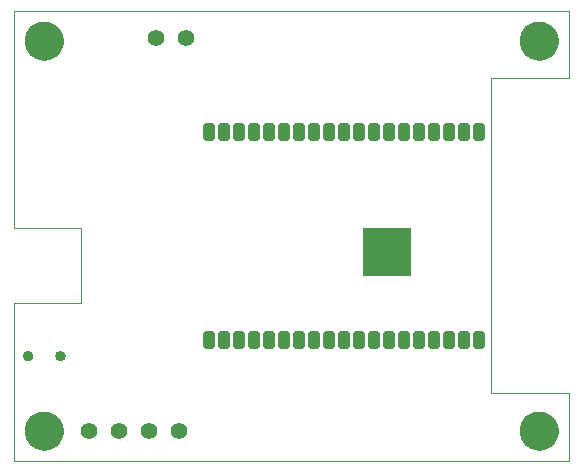
<source format=gbs>
G75*
%MOIN*%
%OFA0B0*%
%FSLAX25Y25*%
%IPPOS*%
%LPD*%
%AMOC8*
5,1,8,0,0,1.08239X$1,22.5*
%
%ADD10C,0.00000*%
%ADD11C,0.12998*%
%ADD12C,0.02031*%
%ADD13R,0.16148X0.16148*%
%ADD14C,0.05550*%
%ADD15C,0.03353*%
D10*
X0017291Y0035785D02*
X0017291Y0088285D01*
X0039791Y0088285D01*
X0039791Y0113285D01*
X0017291Y0113285D01*
X0017291Y0185785D01*
X0202291Y0185785D01*
X0202291Y0163285D01*
X0176291Y0163285D01*
X0176291Y0058285D01*
X0202291Y0058285D01*
X0202291Y0035785D01*
X0017291Y0035785D01*
X0020992Y0045785D02*
X0020994Y0045943D01*
X0021000Y0046101D01*
X0021010Y0046259D01*
X0021024Y0046417D01*
X0021042Y0046574D01*
X0021063Y0046731D01*
X0021089Y0046887D01*
X0021119Y0047043D01*
X0021152Y0047198D01*
X0021190Y0047351D01*
X0021231Y0047504D01*
X0021276Y0047656D01*
X0021325Y0047807D01*
X0021378Y0047956D01*
X0021434Y0048104D01*
X0021494Y0048250D01*
X0021558Y0048395D01*
X0021626Y0048538D01*
X0021697Y0048680D01*
X0021771Y0048820D01*
X0021849Y0048957D01*
X0021931Y0049093D01*
X0022015Y0049227D01*
X0022104Y0049358D01*
X0022195Y0049487D01*
X0022290Y0049614D01*
X0022387Y0049739D01*
X0022488Y0049861D01*
X0022592Y0049980D01*
X0022699Y0050097D01*
X0022809Y0050211D01*
X0022922Y0050322D01*
X0023037Y0050431D01*
X0023155Y0050536D01*
X0023276Y0050638D01*
X0023399Y0050738D01*
X0023525Y0050834D01*
X0023653Y0050927D01*
X0023783Y0051017D01*
X0023916Y0051103D01*
X0024051Y0051187D01*
X0024187Y0051266D01*
X0024326Y0051343D01*
X0024467Y0051415D01*
X0024609Y0051485D01*
X0024753Y0051550D01*
X0024899Y0051612D01*
X0025046Y0051670D01*
X0025195Y0051725D01*
X0025345Y0051776D01*
X0025496Y0051823D01*
X0025648Y0051866D01*
X0025801Y0051905D01*
X0025956Y0051941D01*
X0026111Y0051972D01*
X0026267Y0052000D01*
X0026423Y0052024D01*
X0026580Y0052044D01*
X0026738Y0052060D01*
X0026895Y0052072D01*
X0027054Y0052080D01*
X0027212Y0052084D01*
X0027370Y0052084D01*
X0027528Y0052080D01*
X0027687Y0052072D01*
X0027844Y0052060D01*
X0028002Y0052044D01*
X0028159Y0052024D01*
X0028315Y0052000D01*
X0028471Y0051972D01*
X0028626Y0051941D01*
X0028781Y0051905D01*
X0028934Y0051866D01*
X0029086Y0051823D01*
X0029237Y0051776D01*
X0029387Y0051725D01*
X0029536Y0051670D01*
X0029683Y0051612D01*
X0029829Y0051550D01*
X0029973Y0051485D01*
X0030115Y0051415D01*
X0030256Y0051343D01*
X0030395Y0051266D01*
X0030531Y0051187D01*
X0030666Y0051103D01*
X0030799Y0051017D01*
X0030929Y0050927D01*
X0031057Y0050834D01*
X0031183Y0050738D01*
X0031306Y0050638D01*
X0031427Y0050536D01*
X0031545Y0050431D01*
X0031660Y0050322D01*
X0031773Y0050211D01*
X0031883Y0050097D01*
X0031990Y0049980D01*
X0032094Y0049861D01*
X0032195Y0049739D01*
X0032292Y0049614D01*
X0032387Y0049487D01*
X0032478Y0049358D01*
X0032567Y0049227D01*
X0032651Y0049093D01*
X0032733Y0048957D01*
X0032811Y0048820D01*
X0032885Y0048680D01*
X0032956Y0048538D01*
X0033024Y0048395D01*
X0033088Y0048250D01*
X0033148Y0048104D01*
X0033204Y0047956D01*
X0033257Y0047807D01*
X0033306Y0047656D01*
X0033351Y0047504D01*
X0033392Y0047351D01*
X0033430Y0047198D01*
X0033463Y0047043D01*
X0033493Y0046887D01*
X0033519Y0046731D01*
X0033540Y0046574D01*
X0033558Y0046417D01*
X0033572Y0046259D01*
X0033582Y0046101D01*
X0033588Y0045943D01*
X0033590Y0045785D01*
X0033588Y0045627D01*
X0033582Y0045469D01*
X0033572Y0045311D01*
X0033558Y0045153D01*
X0033540Y0044996D01*
X0033519Y0044839D01*
X0033493Y0044683D01*
X0033463Y0044527D01*
X0033430Y0044372D01*
X0033392Y0044219D01*
X0033351Y0044066D01*
X0033306Y0043914D01*
X0033257Y0043763D01*
X0033204Y0043614D01*
X0033148Y0043466D01*
X0033088Y0043320D01*
X0033024Y0043175D01*
X0032956Y0043032D01*
X0032885Y0042890D01*
X0032811Y0042750D01*
X0032733Y0042613D01*
X0032651Y0042477D01*
X0032567Y0042343D01*
X0032478Y0042212D01*
X0032387Y0042083D01*
X0032292Y0041956D01*
X0032195Y0041831D01*
X0032094Y0041709D01*
X0031990Y0041590D01*
X0031883Y0041473D01*
X0031773Y0041359D01*
X0031660Y0041248D01*
X0031545Y0041139D01*
X0031427Y0041034D01*
X0031306Y0040932D01*
X0031183Y0040832D01*
X0031057Y0040736D01*
X0030929Y0040643D01*
X0030799Y0040553D01*
X0030666Y0040467D01*
X0030531Y0040383D01*
X0030395Y0040304D01*
X0030256Y0040227D01*
X0030115Y0040155D01*
X0029973Y0040085D01*
X0029829Y0040020D01*
X0029683Y0039958D01*
X0029536Y0039900D01*
X0029387Y0039845D01*
X0029237Y0039794D01*
X0029086Y0039747D01*
X0028934Y0039704D01*
X0028781Y0039665D01*
X0028626Y0039629D01*
X0028471Y0039598D01*
X0028315Y0039570D01*
X0028159Y0039546D01*
X0028002Y0039526D01*
X0027844Y0039510D01*
X0027687Y0039498D01*
X0027528Y0039490D01*
X0027370Y0039486D01*
X0027212Y0039486D01*
X0027054Y0039490D01*
X0026895Y0039498D01*
X0026738Y0039510D01*
X0026580Y0039526D01*
X0026423Y0039546D01*
X0026267Y0039570D01*
X0026111Y0039598D01*
X0025956Y0039629D01*
X0025801Y0039665D01*
X0025648Y0039704D01*
X0025496Y0039747D01*
X0025345Y0039794D01*
X0025195Y0039845D01*
X0025046Y0039900D01*
X0024899Y0039958D01*
X0024753Y0040020D01*
X0024609Y0040085D01*
X0024467Y0040155D01*
X0024326Y0040227D01*
X0024187Y0040304D01*
X0024051Y0040383D01*
X0023916Y0040467D01*
X0023783Y0040553D01*
X0023653Y0040643D01*
X0023525Y0040736D01*
X0023399Y0040832D01*
X0023276Y0040932D01*
X0023155Y0041034D01*
X0023037Y0041139D01*
X0022922Y0041248D01*
X0022809Y0041359D01*
X0022699Y0041473D01*
X0022592Y0041590D01*
X0022488Y0041709D01*
X0022387Y0041831D01*
X0022290Y0041956D01*
X0022195Y0042083D01*
X0022104Y0042212D01*
X0022015Y0042343D01*
X0021931Y0042477D01*
X0021849Y0042613D01*
X0021771Y0042750D01*
X0021697Y0042890D01*
X0021626Y0043032D01*
X0021558Y0043175D01*
X0021494Y0043320D01*
X0021434Y0043466D01*
X0021378Y0043614D01*
X0021325Y0043763D01*
X0021276Y0043914D01*
X0021231Y0044066D01*
X0021190Y0044219D01*
X0021152Y0044372D01*
X0021119Y0044527D01*
X0021089Y0044683D01*
X0021063Y0044839D01*
X0021042Y0044996D01*
X0021024Y0045153D01*
X0021010Y0045311D01*
X0021000Y0045469D01*
X0020994Y0045627D01*
X0020992Y0045785D01*
X0020402Y0070785D02*
X0020404Y0070862D01*
X0020410Y0070938D01*
X0020420Y0071014D01*
X0020434Y0071089D01*
X0020451Y0071164D01*
X0020473Y0071237D01*
X0020498Y0071310D01*
X0020528Y0071381D01*
X0020560Y0071450D01*
X0020597Y0071517D01*
X0020636Y0071583D01*
X0020679Y0071646D01*
X0020726Y0071707D01*
X0020775Y0071766D01*
X0020828Y0071822D01*
X0020883Y0071875D01*
X0020941Y0071925D01*
X0021001Y0071972D01*
X0021064Y0072016D01*
X0021129Y0072057D01*
X0021196Y0072094D01*
X0021265Y0072128D01*
X0021335Y0072158D01*
X0021407Y0072184D01*
X0021481Y0072206D01*
X0021555Y0072225D01*
X0021630Y0072240D01*
X0021706Y0072251D01*
X0021782Y0072258D01*
X0021859Y0072261D01*
X0021935Y0072260D01*
X0022012Y0072255D01*
X0022088Y0072246D01*
X0022164Y0072233D01*
X0022238Y0072216D01*
X0022312Y0072196D01*
X0022385Y0072171D01*
X0022456Y0072143D01*
X0022526Y0072111D01*
X0022594Y0072076D01*
X0022660Y0072037D01*
X0022724Y0071995D01*
X0022785Y0071949D01*
X0022845Y0071900D01*
X0022901Y0071849D01*
X0022955Y0071794D01*
X0023006Y0071737D01*
X0023054Y0071677D01*
X0023099Y0071615D01*
X0023140Y0071550D01*
X0023178Y0071484D01*
X0023213Y0071416D01*
X0023243Y0071345D01*
X0023271Y0071274D01*
X0023294Y0071201D01*
X0023314Y0071127D01*
X0023330Y0071052D01*
X0023342Y0070976D01*
X0023350Y0070900D01*
X0023354Y0070823D01*
X0023354Y0070747D01*
X0023350Y0070670D01*
X0023342Y0070594D01*
X0023330Y0070518D01*
X0023314Y0070443D01*
X0023294Y0070369D01*
X0023271Y0070296D01*
X0023243Y0070225D01*
X0023213Y0070154D01*
X0023178Y0070086D01*
X0023140Y0070020D01*
X0023099Y0069955D01*
X0023054Y0069893D01*
X0023006Y0069833D01*
X0022955Y0069776D01*
X0022901Y0069721D01*
X0022845Y0069670D01*
X0022785Y0069621D01*
X0022724Y0069575D01*
X0022660Y0069533D01*
X0022594Y0069494D01*
X0022526Y0069459D01*
X0022456Y0069427D01*
X0022385Y0069399D01*
X0022312Y0069374D01*
X0022238Y0069354D01*
X0022164Y0069337D01*
X0022088Y0069324D01*
X0022012Y0069315D01*
X0021935Y0069310D01*
X0021859Y0069309D01*
X0021782Y0069312D01*
X0021706Y0069319D01*
X0021630Y0069330D01*
X0021555Y0069345D01*
X0021481Y0069364D01*
X0021407Y0069386D01*
X0021335Y0069412D01*
X0021265Y0069442D01*
X0021196Y0069476D01*
X0021129Y0069513D01*
X0021064Y0069554D01*
X0021001Y0069598D01*
X0020941Y0069645D01*
X0020883Y0069695D01*
X0020828Y0069748D01*
X0020775Y0069804D01*
X0020726Y0069863D01*
X0020679Y0069924D01*
X0020636Y0069987D01*
X0020597Y0070053D01*
X0020560Y0070120D01*
X0020528Y0070189D01*
X0020498Y0070260D01*
X0020473Y0070333D01*
X0020451Y0070406D01*
X0020434Y0070481D01*
X0020420Y0070556D01*
X0020410Y0070632D01*
X0020404Y0070708D01*
X0020402Y0070785D01*
X0031229Y0070785D02*
X0031231Y0070862D01*
X0031237Y0070938D01*
X0031247Y0071014D01*
X0031261Y0071089D01*
X0031278Y0071164D01*
X0031300Y0071237D01*
X0031325Y0071310D01*
X0031355Y0071381D01*
X0031387Y0071450D01*
X0031424Y0071517D01*
X0031463Y0071583D01*
X0031506Y0071646D01*
X0031553Y0071707D01*
X0031602Y0071766D01*
X0031655Y0071822D01*
X0031710Y0071875D01*
X0031768Y0071925D01*
X0031828Y0071972D01*
X0031891Y0072016D01*
X0031956Y0072057D01*
X0032023Y0072094D01*
X0032092Y0072128D01*
X0032162Y0072158D01*
X0032234Y0072184D01*
X0032308Y0072206D01*
X0032382Y0072225D01*
X0032457Y0072240D01*
X0032533Y0072251D01*
X0032609Y0072258D01*
X0032686Y0072261D01*
X0032762Y0072260D01*
X0032839Y0072255D01*
X0032915Y0072246D01*
X0032991Y0072233D01*
X0033065Y0072216D01*
X0033139Y0072196D01*
X0033212Y0072171D01*
X0033283Y0072143D01*
X0033353Y0072111D01*
X0033421Y0072076D01*
X0033487Y0072037D01*
X0033551Y0071995D01*
X0033612Y0071949D01*
X0033672Y0071900D01*
X0033728Y0071849D01*
X0033782Y0071794D01*
X0033833Y0071737D01*
X0033881Y0071677D01*
X0033926Y0071615D01*
X0033967Y0071550D01*
X0034005Y0071484D01*
X0034040Y0071416D01*
X0034070Y0071345D01*
X0034098Y0071274D01*
X0034121Y0071201D01*
X0034141Y0071127D01*
X0034157Y0071052D01*
X0034169Y0070976D01*
X0034177Y0070900D01*
X0034181Y0070823D01*
X0034181Y0070747D01*
X0034177Y0070670D01*
X0034169Y0070594D01*
X0034157Y0070518D01*
X0034141Y0070443D01*
X0034121Y0070369D01*
X0034098Y0070296D01*
X0034070Y0070225D01*
X0034040Y0070154D01*
X0034005Y0070086D01*
X0033967Y0070020D01*
X0033926Y0069955D01*
X0033881Y0069893D01*
X0033833Y0069833D01*
X0033782Y0069776D01*
X0033728Y0069721D01*
X0033672Y0069670D01*
X0033612Y0069621D01*
X0033551Y0069575D01*
X0033487Y0069533D01*
X0033421Y0069494D01*
X0033353Y0069459D01*
X0033283Y0069427D01*
X0033212Y0069399D01*
X0033139Y0069374D01*
X0033065Y0069354D01*
X0032991Y0069337D01*
X0032915Y0069324D01*
X0032839Y0069315D01*
X0032762Y0069310D01*
X0032686Y0069309D01*
X0032609Y0069312D01*
X0032533Y0069319D01*
X0032457Y0069330D01*
X0032382Y0069345D01*
X0032308Y0069364D01*
X0032234Y0069386D01*
X0032162Y0069412D01*
X0032092Y0069442D01*
X0032023Y0069476D01*
X0031956Y0069513D01*
X0031891Y0069554D01*
X0031828Y0069598D01*
X0031768Y0069645D01*
X0031710Y0069695D01*
X0031655Y0069748D01*
X0031602Y0069804D01*
X0031553Y0069863D01*
X0031506Y0069924D01*
X0031463Y0069987D01*
X0031424Y0070053D01*
X0031387Y0070120D01*
X0031355Y0070189D01*
X0031325Y0070260D01*
X0031300Y0070333D01*
X0031278Y0070406D01*
X0031261Y0070481D01*
X0031247Y0070556D01*
X0031237Y0070632D01*
X0031231Y0070708D01*
X0031229Y0070785D01*
X0020992Y0175785D02*
X0020994Y0175943D01*
X0021000Y0176101D01*
X0021010Y0176259D01*
X0021024Y0176417D01*
X0021042Y0176574D01*
X0021063Y0176731D01*
X0021089Y0176887D01*
X0021119Y0177043D01*
X0021152Y0177198D01*
X0021190Y0177351D01*
X0021231Y0177504D01*
X0021276Y0177656D01*
X0021325Y0177807D01*
X0021378Y0177956D01*
X0021434Y0178104D01*
X0021494Y0178250D01*
X0021558Y0178395D01*
X0021626Y0178538D01*
X0021697Y0178680D01*
X0021771Y0178820D01*
X0021849Y0178957D01*
X0021931Y0179093D01*
X0022015Y0179227D01*
X0022104Y0179358D01*
X0022195Y0179487D01*
X0022290Y0179614D01*
X0022387Y0179739D01*
X0022488Y0179861D01*
X0022592Y0179980D01*
X0022699Y0180097D01*
X0022809Y0180211D01*
X0022922Y0180322D01*
X0023037Y0180431D01*
X0023155Y0180536D01*
X0023276Y0180638D01*
X0023399Y0180738D01*
X0023525Y0180834D01*
X0023653Y0180927D01*
X0023783Y0181017D01*
X0023916Y0181103D01*
X0024051Y0181187D01*
X0024187Y0181266D01*
X0024326Y0181343D01*
X0024467Y0181415D01*
X0024609Y0181485D01*
X0024753Y0181550D01*
X0024899Y0181612D01*
X0025046Y0181670D01*
X0025195Y0181725D01*
X0025345Y0181776D01*
X0025496Y0181823D01*
X0025648Y0181866D01*
X0025801Y0181905D01*
X0025956Y0181941D01*
X0026111Y0181972D01*
X0026267Y0182000D01*
X0026423Y0182024D01*
X0026580Y0182044D01*
X0026738Y0182060D01*
X0026895Y0182072D01*
X0027054Y0182080D01*
X0027212Y0182084D01*
X0027370Y0182084D01*
X0027528Y0182080D01*
X0027687Y0182072D01*
X0027844Y0182060D01*
X0028002Y0182044D01*
X0028159Y0182024D01*
X0028315Y0182000D01*
X0028471Y0181972D01*
X0028626Y0181941D01*
X0028781Y0181905D01*
X0028934Y0181866D01*
X0029086Y0181823D01*
X0029237Y0181776D01*
X0029387Y0181725D01*
X0029536Y0181670D01*
X0029683Y0181612D01*
X0029829Y0181550D01*
X0029973Y0181485D01*
X0030115Y0181415D01*
X0030256Y0181343D01*
X0030395Y0181266D01*
X0030531Y0181187D01*
X0030666Y0181103D01*
X0030799Y0181017D01*
X0030929Y0180927D01*
X0031057Y0180834D01*
X0031183Y0180738D01*
X0031306Y0180638D01*
X0031427Y0180536D01*
X0031545Y0180431D01*
X0031660Y0180322D01*
X0031773Y0180211D01*
X0031883Y0180097D01*
X0031990Y0179980D01*
X0032094Y0179861D01*
X0032195Y0179739D01*
X0032292Y0179614D01*
X0032387Y0179487D01*
X0032478Y0179358D01*
X0032567Y0179227D01*
X0032651Y0179093D01*
X0032733Y0178957D01*
X0032811Y0178820D01*
X0032885Y0178680D01*
X0032956Y0178538D01*
X0033024Y0178395D01*
X0033088Y0178250D01*
X0033148Y0178104D01*
X0033204Y0177956D01*
X0033257Y0177807D01*
X0033306Y0177656D01*
X0033351Y0177504D01*
X0033392Y0177351D01*
X0033430Y0177198D01*
X0033463Y0177043D01*
X0033493Y0176887D01*
X0033519Y0176731D01*
X0033540Y0176574D01*
X0033558Y0176417D01*
X0033572Y0176259D01*
X0033582Y0176101D01*
X0033588Y0175943D01*
X0033590Y0175785D01*
X0033588Y0175627D01*
X0033582Y0175469D01*
X0033572Y0175311D01*
X0033558Y0175153D01*
X0033540Y0174996D01*
X0033519Y0174839D01*
X0033493Y0174683D01*
X0033463Y0174527D01*
X0033430Y0174372D01*
X0033392Y0174219D01*
X0033351Y0174066D01*
X0033306Y0173914D01*
X0033257Y0173763D01*
X0033204Y0173614D01*
X0033148Y0173466D01*
X0033088Y0173320D01*
X0033024Y0173175D01*
X0032956Y0173032D01*
X0032885Y0172890D01*
X0032811Y0172750D01*
X0032733Y0172613D01*
X0032651Y0172477D01*
X0032567Y0172343D01*
X0032478Y0172212D01*
X0032387Y0172083D01*
X0032292Y0171956D01*
X0032195Y0171831D01*
X0032094Y0171709D01*
X0031990Y0171590D01*
X0031883Y0171473D01*
X0031773Y0171359D01*
X0031660Y0171248D01*
X0031545Y0171139D01*
X0031427Y0171034D01*
X0031306Y0170932D01*
X0031183Y0170832D01*
X0031057Y0170736D01*
X0030929Y0170643D01*
X0030799Y0170553D01*
X0030666Y0170467D01*
X0030531Y0170383D01*
X0030395Y0170304D01*
X0030256Y0170227D01*
X0030115Y0170155D01*
X0029973Y0170085D01*
X0029829Y0170020D01*
X0029683Y0169958D01*
X0029536Y0169900D01*
X0029387Y0169845D01*
X0029237Y0169794D01*
X0029086Y0169747D01*
X0028934Y0169704D01*
X0028781Y0169665D01*
X0028626Y0169629D01*
X0028471Y0169598D01*
X0028315Y0169570D01*
X0028159Y0169546D01*
X0028002Y0169526D01*
X0027844Y0169510D01*
X0027687Y0169498D01*
X0027528Y0169490D01*
X0027370Y0169486D01*
X0027212Y0169486D01*
X0027054Y0169490D01*
X0026895Y0169498D01*
X0026738Y0169510D01*
X0026580Y0169526D01*
X0026423Y0169546D01*
X0026267Y0169570D01*
X0026111Y0169598D01*
X0025956Y0169629D01*
X0025801Y0169665D01*
X0025648Y0169704D01*
X0025496Y0169747D01*
X0025345Y0169794D01*
X0025195Y0169845D01*
X0025046Y0169900D01*
X0024899Y0169958D01*
X0024753Y0170020D01*
X0024609Y0170085D01*
X0024467Y0170155D01*
X0024326Y0170227D01*
X0024187Y0170304D01*
X0024051Y0170383D01*
X0023916Y0170467D01*
X0023783Y0170553D01*
X0023653Y0170643D01*
X0023525Y0170736D01*
X0023399Y0170832D01*
X0023276Y0170932D01*
X0023155Y0171034D01*
X0023037Y0171139D01*
X0022922Y0171248D01*
X0022809Y0171359D01*
X0022699Y0171473D01*
X0022592Y0171590D01*
X0022488Y0171709D01*
X0022387Y0171831D01*
X0022290Y0171956D01*
X0022195Y0172083D01*
X0022104Y0172212D01*
X0022015Y0172343D01*
X0021931Y0172477D01*
X0021849Y0172613D01*
X0021771Y0172750D01*
X0021697Y0172890D01*
X0021626Y0173032D01*
X0021558Y0173175D01*
X0021494Y0173320D01*
X0021434Y0173466D01*
X0021378Y0173614D01*
X0021325Y0173763D01*
X0021276Y0173914D01*
X0021231Y0174066D01*
X0021190Y0174219D01*
X0021152Y0174372D01*
X0021119Y0174527D01*
X0021089Y0174683D01*
X0021063Y0174839D01*
X0021042Y0174996D01*
X0021024Y0175153D01*
X0021010Y0175311D01*
X0021000Y0175469D01*
X0020994Y0175627D01*
X0020992Y0175785D01*
X0185992Y0175785D02*
X0185994Y0175943D01*
X0186000Y0176101D01*
X0186010Y0176259D01*
X0186024Y0176417D01*
X0186042Y0176574D01*
X0186063Y0176731D01*
X0186089Y0176887D01*
X0186119Y0177043D01*
X0186152Y0177198D01*
X0186190Y0177351D01*
X0186231Y0177504D01*
X0186276Y0177656D01*
X0186325Y0177807D01*
X0186378Y0177956D01*
X0186434Y0178104D01*
X0186494Y0178250D01*
X0186558Y0178395D01*
X0186626Y0178538D01*
X0186697Y0178680D01*
X0186771Y0178820D01*
X0186849Y0178957D01*
X0186931Y0179093D01*
X0187015Y0179227D01*
X0187104Y0179358D01*
X0187195Y0179487D01*
X0187290Y0179614D01*
X0187387Y0179739D01*
X0187488Y0179861D01*
X0187592Y0179980D01*
X0187699Y0180097D01*
X0187809Y0180211D01*
X0187922Y0180322D01*
X0188037Y0180431D01*
X0188155Y0180536D01*
X0188276Y0180638D01*
X0188399Y0180738D01*
X0188525Y0180834D01*
X0188653Y0180927D01*
X0188783Y0181017D01*
X0188916Y0181103D01*
X0189051Y0181187D01*
X0189187Y0181266D01*
X0189326Y0181343D01*
X0189467Y0181415D01*
X0189609Y0181485D01*
X0189753Y0181550D01*
X0189899Y0181612D01*
X0190046Y0181670D01*
X0190195Y0181725D01*
X0190345Y0181776D01*
X0190496Y0181823D01*
X0190648Y0181866D01*
X0190801Y0181905D01*
X0190956Y0181941D01*
X0191111Y0181972D01*
X0191267Y0182000D01*
X0191423Y0182024D01*
X0191580Y0182044D01*
X0191738Y0182060D01*
X0191895Y0182072D01*
X0192054Y0182080D01*
X0192212Y0182084D01*
X0192370Y0182084D01*
X0192528Y0182080D01*
X0192687Y0182072D01*
X0192844Y0182060D01*
X0193002Y0182044D01*
X0193159Y0182024D01*
X0193315Y0182000D01*
X0193471Y0181972D01*
X0193626Y0181941D01*
X0193781Y0181905D01*
X0193934Y0181866D01*
X0194086Y0181823D01*
X0194237Y0181776D01*
X0194387Y0181725D01*
X0194536Y0181670D01*
X0194683Y0181612D01*
X0194829Y0181550D01*
X0194973Y0181485D01*
X0195115Y0181415D01*
X0195256Y0181343D01*
X0195395Y0181266D01*
X0195531Y0181187D01*
X0195666Y0181103D01*
X0195799Y0181017D01*
X0195929Y0180927D01*
X0196057Y0180834D01*
X0196183Y0180738D01*
X0196306Y0180638D01*
X0196427Y0180536D01*
X0196545Y0180431D01*
X0196660Y0180322D01*
X0196773Y0180211D01*
X0196883Y0180097D01*
X0196990Y0179980D01*
X0197094Y0179861D01*
X0197195Y0179739D01*
X0197292Y0179614D01*
X0197387Y0179487D01*
X0197478Y0179358D01*
X0197567Y0179227D01*
X0197651Y0179093D01*
X0197733Y0178957D01*
X0197811Y0178820D01*
X0197885Y0178680D01*
X0197956Y0178538D01*
X0198024Y0178395D01*
X0198088Y0178250D01*
X0198148Y0178104D01*
X0198204Y0177956D01*
X0198257Y0177807D01*
X0198306Y0177656D01*
X0198351Y0177504D01*
X0198392Y0177351D01*
X0198430Y0177198D01*
X0198463Y0177043D01*
X0198493Y0176887D01*
X0198519Y0176731D01*
X0198540Y0176574D01*
X0198558Y0176417D01*
X0198572Y0176259D01*
X0198582Y0176101D01*
X0198588Y0175943D01*
X0198590Y0175785D01*
X0198588Y0175627D01*
X0198582Y0175469D01*
X0198572Y0175311D01*
X0198558Y0175153D01*
X0198540Y0174996D01*
X0198519Y0174839D01*
X0198493Y0174683D01*
X0198463Y0174527D01*
X0198430Y0174372D01*
X0198392Y0174219D01*
X0198351Y0174066D01*
X0198306Y0173914D01*
X0198257Y0173763D01*
X0198204Y0173614D01*
X0198148Y0173466D01*
X0198088Y0173320D01*
X0198024Y0173175D01*
X0197956Y0173032D01*
X0197885Y0172890D01*
X0197811Y0172750D01*
X0197733Y0172613D01*
X0197651Y0172477D01*
X0197567Y0172343D01*
X0197478Y0172212D01*
X0197387Y0172083D01*
X0197292Y0171956D01*
X0197195Y0171831D01*
X0197094Y0171709D01*
X0196990Y0171590D01*
X0196883Y0171473D01*
X0196773Y0171359D01*
X0196660Y0171248D01*
X0196545Y0171139D01*
X0196427Y0171034D01*
X0196306Y0170932D01*
X0196183Y0170832D01*
X0196057Y0170736D01*
X0195929Y0170643D01*
X0195799Y0170553D01*
X0195666Y0170467D01*
X0195531Y0170383D01*
X0195395Y0170304D01*
X0195256Y0170227D01*
X0195115Y0170155D01*
X0194973Y0170085D01*
X0194829Y0170020D01*
X0194683Y0169958D01*
X0194536Y0169900D01*
X0194387Y0169845D01*
X0194237Y0169794D01*
X0194086Y0169747D01*
X0193934Y0169704D01*
X0193781Y0169665D01*
X0193626Y0169629D01*
X0193471Y0169598D01*
X0193315Y0169570D01*
X0193159Y0169546D01*
X0193002Y0169526D01*
X0192844Y0169510D01*
X0192687Y0169498D01*
X0192528Y0169490D01*
X0192370Y0169486D01*
X0192212Y0169486D01*
X0192054Y0169490D01*
X0191895Y0169498D01*
X0191738Y0169510D01*
X0191580Y0169526D01*
X0191423Y0169546D01*
X0191267Y0169570D01*
X0191111Y0169598D01*
X0190956Y0169629D01*
X0190801Y0169665D01*
X0190648Y0169704D01*
X0190496Y0169747D01*
X0190345Y0169794D01*
X0190195Y0169845D01*
X0190046Y0169900D01*
X0189899Y0169958D01*
X0189753Y0170020D01*
X0189609Y0170085D01*
X0189467Y0170155D01*
X0189326Y0170227D01*
X0189187Y0170304D01*
X0189051Y0170383D01*
X0188916Y0170467D01*
X0188783Y0170553D01*
X0188653Y0170643D01*
X0188525Y0170736D01*
X0188399Y0170832D01*
X0188276Y0170932D01*
X0188155Y0171034D01*
X0188037Y0171139D01*
X0187922Y0171248D01*
X0187809Y0171359D01*
X0187699Y0171473D01*
X0187592Y0171590D01*
X0187488Y0171709D01*
X0187387Y0171831D01*
X0187290Y0171956D01*
X0187195Y0172083D01*
X0187104Y0172212D01*
X0187015Y0172343D01*
X0186931Y0172477D01*
X0186849Y0172613D01*
X0186771Y0172750D01*
X0186697Y0172890D01*
X0186626Y0173032D01*
X0186558Y0173175D01*
X0186494Y0173320D01*
X0186434Y0173466D01*
X0186378Y0173614D01*
X0186325Y0173763D01*
X0186276Y0173914D01*
X0186231Y0174066D01*
X0186190Y0174219D01*
X0186152Y0174372D01*
X0186119Y0174527D01*
X0186089Y0174683D01*
X0186063Y0174839D01*
X0186042Y0174996D01*
X0186024Y0175153D01*
X0186010Y0175311D01*
X0186000Y0175469D01*
X0185994Y0175627D01*
X0185992Y0175785D01*
X0185992Y0045785D02*
X0185994Y0045943D01*
X0186000Y0046101D01*
X0186010Y0046259D01*
X0186024Y0046417D01*
X0186042Y0046574D01*
X0186063Y0046731D01*
X0186089Y0046887D01*
X0186119Y0047043D01*
X0186152Y0047198D01*
X0186190Y0047351D01*
X0186231Y0047504D01*
X0186276Y0047656D01*
X0186325Y0047807D01*
X0186378Y0047956D01*
X0186434Y0048104D01*
X0186494Y0048250D01*
X0186558Y0048395D01*
X0186626Y0048538D01*
X0186697Y0048680D01*
X0186771Y0048820D01*
X0186849Y0048957D01*
X0186931Y0049093D01*
X0187015Y0049227D01*
X0187104Y0049358D01*
X0187195Y0049487D01*
X0187290Y0049614D01*
X0187387Y0049739D01*
X0187488Y0049861D01*
X0187592Y0049980D01*
X0187699Y0050097D01*
X0187809Y0050211D01*
X0187922Y0050322D01*
X0188037Y0050431D01*
X0188155Y0050536D01*
X0188276Y0050638D01*
X0188399Y0050738D01*
X0188525Y0050834D01*
X0188653Y0050927D01*
X0188783Y0051017D01*
X0188916Y0051103D01*
X0189051Y0051187D01*
X0189187Y0051266D01*
X0189326Y0051343D01*
X0189467Y0051415D01*
X0189609Y0051485D01*
X0189753Y0051550D01*
X0189899Y0051612D01*
X0190046Y0051670D01*
X0190195Y0051725D01*
X0190345Y0051776D01*
X0190496Y0051823D01*
X0190648Y0051866D01*
X0190801Y0051905D01*
X0190956Y0051941D01*
X0191111Y0051972D01*
X0191267Y0052000D01*
X0191423Y0052024D01*
X0191580Y0052044D01*
X0191738Y0052060D01*
X0191895Y0052072D01*
X0192054Y0052080D01*
X0192212Y0052084D01*
X0192370Y0052084D01*
X0192528Y0052080D01*
X0192687Y0052072D01*
X0192844Y0052060D01*
X0193002Y0052044D01*
X0193159Y0052024D01*
X0193315Y0052000D01*
X0193471Y0051972D01*
X0193626Y0051941D01*
X0193781Y0051905D01*
X0193934Y0051866D01*
X0194086Y0051823D01*
X0194237Y0051776D01*
X0194387Y0051725D01*
X0194536Y0051670D01*
X0194683Y0051612D01*
X0194829Y0051550D01*
X0194973Y0051485D01*
X0195115Y0051415D01*
X0195256Y0051343D01*
X0195395Y0051266D01*
X0195531Y0051187D01*
X0195666Y0051103D01*
X0195799Y0051017D01*
X0195929Y0050927D01*
X0196057Y0050834D01*
X0196183Y0050738D01*
X0196306Y0050638D01*
X0196427Y0050536D01*
X0196545Y0050431D01*
X0196660Y0050322D01*
X0196773Y0050211D01*
X0196883Y0050097D01*
X0196990Y0049980D01*
X0197094Y0049861D01*
X0197195Y0049739D01*
X0197292Y0049614D01*
X0197387Y0049487D01*
X0197478Y0049358D01*
X0197567Y0049227D01*
X0197651Y0049093D01*
X0197733Y0048957D01*
X0197811Y0048820D01*
X0197885Y0048680D01*
X0197956Y0048538D01*
X0198024Y0048395D01*
X0198088Y0048250D01*
X0198148Y0048104D01*
X0198204Y0047956D01*
X0198257Y0047807D01*
X0198306Y0047656D01*
X0198351Y0047504D01*
X0198392Y0047351D01*
X0198430Y0047198D01*
X0198463Y0047043D01*
X0198493Y0046887D01*
X0198519Y0046731D01*
X0198540Y0046574D01*
X0198558Y0046417D01*
X0198572Y0046259D01*
X0198582Y0046101D01*
X0198588Y0045943D01*
X0198590Y0045785D01*
X0198588Y0045627D01*
X0198582Y0045469D01*
X0198572Y0045311D01*
X0198558Y0045153D01*
X0198540Y0044996D01*
X0198519Y0044839D01*
X0198493Y0044683D01*
X0198463Y0044527D01*
X0198430Y0044372D01*
X0198392Y0044219D01*
X0198351Y0044066D01*
X0198306Y0043914D01*
X0198257Y0043763D01*
X0198204Y0043614D01*
X0198148Y0043466D01*
X0198088Y0043320D01*
X0198024Y0043175D01*
X0197956Y0043032D01*
X0197885Y0042890D01*
X0197811Y0042750D01*
X0197733Y0042613D01*
X0197651Y0042477D01*
X0197567Y0042343D01*
X0197478Y0042212D01*
X0197387Y0042083D01*
X0197292Y0041956D01*
X0197195Y0041831D01*
X0197094Y0041709D01*
X0196990Y0041590D01*
X0196883Y0041473D01*
X0196773Y0041359D01*
X0196660Y0041248D01*
X0196545Y0041139D01*
X0196427Y0041034D01*
X0196306Y0040932D01*
X0196183Y0040832D01*
X0196057Y0040736D01*
X0195929Y0040643D01*
X0195799Y0040553D01*
X0195666Y0040467D01*
X0195531Y0040383D01*
X0195395Y0040304D01*
X0195256Y0040227D01*
X0195115Y0040155D01*
X0194973Y0040085D01*
X0194829Y0040020D01*
X0194683Y0039958D01*
X0194536Y0039900D01*
X0194387Y0039845D01*
X0194237Y0039794D01*
X0194086Y0039747D01*
X0193934Y0039704D01*
X0193781Y0039665D01*
X0193626Y0039629D01*
X0193471Y0039598D01*
X0193315Y0039570D01*
X0193159Y0039546D01*
X0193002Y0039526D01*
X0192844Y0039510D01*
X0192687Y0039498D01*
X0192528Y0039490D01*
X0192370Y0039486D01*
X0192212Y0039486D01*
X0192054Y0039490D01*
X0191895Y0039498D01*
X0191738Y0039510D01*
X0191580Y0039526D01*
X0191423Y0039546D01*
X0191267Y0039570D01*
X0191111Y0039598D01*
X0190956Y0039629D01*
X0190801Y0039665D01*
X0190648Y0039704D01*
X0190496Y0039747D01*
X0190345Y0039794D01*
X0190195Y0039845D01*
X0190046Y0039900D01*
X0189899Y0039958D01*
X0189753Y0040020D01*
X0189609Y0040085D01*
X0189467Y0040155D01*
X0189326Y0040227D01*
X0189187Y0040304D01*
X0189051Y0040383D01*
X0188916Y0040467D01*
X0188783Y0040553D01*
X0188653Y0040643D01*
X0188525Y0040736D01*
X0188399Y0040832D01*
X0188276Y0040932D01*
X0188155Y0041034D01*
X0188037Y0041139D01*
X0187922Y0041248D01*
X0187809Y0041359D01*
X0187699Y0041473D01*
X0187592Y0041590D01*
X0187488Y0041709D01*
X0187387Y0041831D01*
X0187290Y0041956D01*
X0187195Y0042083D01*
X0187104Y0042212D01*
X0187015Y0042343D01*
X0186931Y0042477D01*
X0186849Y0042613D01*
X0186771Y0042750D01*
X0186697Y0042890D01*
X0186626Y0043032D01*
X0186558Y0043175D01*
X0186494Y0043320D01*
X0186434Y0043466D01*
X0186378Y0043614D01*
X0186325Y0043763D01*
X0186276Y0043914D01*
X0186231Y0044066D01*
X0186190Y0044219D01*
X0186152Y0044372D01*
X0186119Y0044527D01*
X0186089Y0044683D01*
X0186063Y0044839D01*
X0186042Y0044996D01*
X0186024Y0045153D01*
X0186010Y0045311D01*
X0186000Y0045469D01*
X0185994Y0045627D01*
X0185992Y0045785D01*
D11*
X0192291Y0045785D03*
X0192291Y0175785D03*
X0027291Y0175785D03*
X0027291Y0045785D03*
D12*
X0083326Y0074061D02*
X0083326Y0078139D01*
X0083326Y0074061D02*
X0081296Y0074061D01*
X0081296Y0078139D01*
X0083326Y0078139D01*
X0083326Y0076091D02*
X0081296Y0076091D01*
X0081296Y0078121D02*
X0083326Y0078121D01*
X0088326Y0078139D02*
X0088326Y0074061D01*
X0086296Y0074061D01*
X0086296Y0078139D01*
X0088326Y0078139D01*
X0088326Y0076091D02*
X0086296Y0076091D01*
X0086296Y0078121D02*
X0088326Y0078121D01*
X0093326Y0078139D02*
X0093326Y0074061D01*
X0091296Y0074061D01*
X0091296Y0078139D01*
X0093326Y0078139D01*
X0093326Y0076091D02*
X0091296Y0076091D01*
X0091296Y0078121D02*
X0093326Y0078121D01*
X0098326Y0078139D02*
X0098326Y0074061D01*
X0096296Y0074061D01*
X0096296Y0078139D01*
X0098326Y0078139D01*
X0098326Y0076091D02*
X0096296Y0076091D01*
X0096296Y0078121D02*
X0098326Y0078121D01*
X0103326Y0078139D02*
X0103326Y0074061D01*
X0101296Y0074061D01*
X0101296Y0078139D01*
X0103326Y0078139D01*
X0103326Y0076091D02*
X0101296Y0076091D01*
X0101296Y0078121D02*
X0103326Y0078121D01*
X0108326Y0078139D02*
X0108326Y0074061D01*
X0106296Y0074061D01*
X0106296Y0078139D01*
X0108326Y0078139D01*
X0108326Y0076091D02*
X0106296Y0076091D01*
X0106296Y0078121D02*
X0108326Y0078121D01*
X0113326Y0078139D02*
X0113326Y0074061D01*
X0111296Y0074061D01*
X0111296Y0078139D01*
X0113326Y0078139D01*
X0113326Y0076091D02*
X0111296Y0076091D01*
X0111296Y0078121D02*
X0113326Y0078121D01*
X0118326Y0078139D02*
X0118326Y0074061D01*
X0116296Y0074061D01*
X0116296Y0078139D01*
X0118326Y0078139D01*
X0118326Y0076091D02*
X0116296Y0076091D01*
X0116296Y0078121D02*
X0118326Y0078121D01*
X0123326Y0078139D02*
X0123326Y0074061D01*
X0121296Y0074061D01*
X0121296Y0078139D01*
X0123326Y0078139D01*
X0123326Y0076091D02*
X0121296Y0076091D01*
X0121296Y0078121D02*
X0123326Y0078121D01*
X0128326Y0078139D02*
X0128326Y0074061D01*
X0126296Y0074061D01*
X0126296Y0078139D01*
X0128326Y0078139D01*
X0128326Y0076091D02*
X0126296Y0076091D01*
X0126296Y0078121D02*
X0128326Y0078121D01*
X0133326Y0078139D02*
X0133326Y0074061D01*
X0131296Y0074061D01*
X0131296Y0078139D01*
X0133326Y0078139D01*
X0133326Y0076091D02*
X0131296Y0076091D01*
X0131296Y0078121D02*
X0133326Y0078121D01*
X0138326Y0078139D02*
X0138326Y0074061D01*
X0136296Y0074061D01*
X0136296Y0078139D01*
X0138326Y0078139D01*
X0138326Y0076091D02*
X0136296Y0076091D01*
X0136296Y0078121D02*
X0138326Y0078121D01*
X0143326Y0078139D02*
X0143326Y0074061D01*
X0141296Y0074061D01*
X0141296Y0078139D01*
X0143326Y0078139D01*
X0143326Y0076091D02*
X0141296Y0076091D01*
X0141296Y0078121D02*
X0143326Y0078121D01*
X0148326Y0078139D02*
X0148326Y0074061D01*
X0146296Y0074061D01*
X0146296Y0078139D01*
X0148326Y0078139D01*
X0148326Y0076091D02*
X0146296Y0076091D01*
X0146296Y0078121D02*
X0148326Y0078121D01*
X0153326Y0078139D02*
X0153326Y0074061D01*
X0151296Y0074061D01*
X0151296Y0078139D01*
X0153326Y0078139D01*
X0153326Y0076091D02*
X0151296Y0076091D01*
X0151296Y0078121D02*
X0153326Y0078121D01*
X0158326Y0078139D02*
X0158326Y0074061D01*
X0156296Y0074061D01*
X0156296Y0078139D01*
X0158326Y0078139D01*
X0158326Y0076091D02*
X0156296Y0076091D01*
X0156296Y0078121D02*
X0158326Y0078121D01*
X0163326Y0078139D02*
X0163326Y0074061D01*
X0161296Y0074061D01*
X0161296Y0078139D01*
X0163326Y0078139D01*
X0163326Y0076091D02*
X0161296Y0076091D01*
X0161296Y0078121D02*
X0163326Y0078121D01*
X0168326Y0078139D02*
X0168326Y0074061D01*
X0166296Y0074061D01*
X0166296Y0078139D01*
X0168326Y0078139D01*
X0168326Y0076091D02*
X0166296Y0076091D01*
X0166296Y0078121D02*
X0168326Y0078121D01*
X0173326Y0078139D02*
X0173326Y0074061D01*
X0171296Y0074061D01*
X0171296Y0078139D01*
X0173326Y0078139D01*
X0173326Y0076091D02*
X0171296Y0076091D01*
X0171296Y0078121D02*
X0173326Y0078121D01*
X0171296Y0143431D02*
X0171296Y0147509D01*
X0173326Y0147509D01*
X0173326Y0143431D01*
X0171296Y0143431D01*
X0171296Y0145461D02*
X0173326Y0145461D01*
X0173326Y0147491D02*
X0171296Y0147491D01*
X0166296Y0147509D02*
X0166296Y0143431D01*
X0166296Y0147509D02*
X0168326Y0147509D01*
X0168326Y0143431D01*
X0166296Y0143431D01*
X0166296Y0145461D02*
X0168326Y0145461D01*
X0168326Y0147491D02*
X0166296Y0147491D01*
X0161296Y0147509D02*
X0161296Y0143431D01*
X0161296Y0147509D02*
X0163326Y0147509D01*
X0163326Y0143431D01*
X0161296Y0143431D01*
X0161296Y0145461D02*
X0163326Y0145461D01*
X0163326Y0147491D02*
X0161296Y0147491D01*
X0156296Y0147509D02*
X0156296Y0143431D01*
X0156296Y0147509D02*
X0158326Y0147509D01*
X0158326Y0143431D01*
X0156296Y0143431D01*
X0156296Y0145461D02*
X0158326Y0145461D01*
X0158326Y0147491D02*
X0156296Y0147491D01*
X0151296Y0147509D02*
X0151296Y0143431D01*
X0151296Y0147509D02*
X0153326Y0147509D01*
X0153326Y0143431D01*
X0151296Y0143431D01*
X0151296Y0145461D02*
X0153326Y0145461D01*
X0153326Y0147491D02*
X0151296Y0147491D01*
X0146296Y0147509D02*
X0146296Y0143431D01*
X0146296Y0147509D02*
X0148326Y0147509D01*
X0148326Y0143431D01*
X0146296Y0143431D01*
X0146296Y0145461D02*
X0148326Y0145461D01*
X0148326Y0147491D02*
X0146296Y0147491D01*
X0141296Y0147509D02*
X0141296Y0143431D01*
X0141296Y0147509D02*
X0143326Y0147509D01*
X0143326Y0143431D01*
X0141296Y0143431D01*
X0141296Y0145461D02*
X0143326Y0145461D01*
X0143326Y0147491D02*
X0141296Y0147491D01*
X0136296Y0147509D02*
X0136296Y0143431D01*
X0136296Y0147509D02*
X0138326Y0147509D01*
X0138326Y0143431D01*
X0136296Y0143431D01*
X0136296Y0145461D02*
X0138326Y0145461D01*
X0138326Y0147491D02*
X0136296Y0147491D01*
X0131296Y0147509D02*
X0131296Y0143431D01*
X0131296Y0147509D02*
X0133326Y0147509D01*
X0133326Y0143431D01*
X0131296Y0143431D01*
X0131296Y0145461D02*
X0133326Y0145461D01*
X0133326Y0147491D02*
X0131296Y0147491D01*
X0126296Y0147509D02*
X0126296Y0143431D01*
X0126296Y0147509D02*
X0128326Y0147509D01*
X0128326Y0143431D01*
X0126296Y0143431D01*
X0126296Y0145461D02*
X0128326Y0145461D01*
X0128326Y0147491D02*
X0126296Y0147491D01*
X0121296Y0147509D02*
X0121296Y0143431D01*
X0121296Y0147509D02*
X0123326Y0147509D01*
X0123326Y0143431D01*
X0121296Y0143431D01*
X0121296Y0145461D02*
X0123326Y0145461D01*
X0123326Y0147491D02*
X0121296Y0147491D01*
X0116296Y0147509D02*
X0116296Y0143431D01*
X0116296Y0147509D02*
X0118326Y0147509D01*
X0118326Y0143431D01*
X0116296Y0143431D01*
X0116296Y0145461D02*
X0118326Y0145461D01*
X0118326Y0147491D02*
X0116296Y0147491D01*
X0111296Y0147509D02*
X0111296Y0143431D01*
X0111296Y0147509D02*
X0113326Y0147509D01*
X0113326Y0143431D01*
X0111296Y0143431D01*
X0111296Y0145461D02*
X0113326Y0145461D01*
X0113326Y0147491D02*
X0111296Y0147491D01*
X0106296Y0147509D02*
X0106296Y0143431D01*
X0106296Y0147509D02*
X0108326Y0147509D01*
X0108326Y0143431D01*
X0106296Y0143431D01*
X0106296Y0145461D02*
X0108326Y0145461D01*
X0108326Y0147491D02*
X0106296Y0147491D01*
X0101296Y0147509D02*
X0101296Y0143431D01*
X0101296Y0147509D02*
X0103326Y0147509D01*
X0103326Y0143431D01*
X0101296Y0143431D01*
X0101296Y0145461D02*
X0103326Y0145461D01*
X0103326Y0147491D02*
X0101296Y0147491D01*
X0096296Y0147509D02*
X0096296Y0143431D01*
X0096296Y0147509D02*
X0098326Y0147509D01*
X0098326Y0143431D01*
X0096296Y0143431D01*
X0096296Y0145461D02*
X0098326Y0145461D01*
X0098326Y0147491D02*
X0096296Y0147491D01*
X0091296Y0147509D02*
X0091296Y0143431D01*
X0091296Y0147509D02*
X0093326Y0147509D01*
X0093326Y0143431D01*
X0091296Y0143431D01*
X0091296Y0145461D02*
X0093326Y0145461D01*
X0093326Y0147491D02*
X0091296Y0147491D01*
X0086296Y0147509D02*
X0086296Y0143431D01*
X0086296Y0147509D02*
X0088326Y0147509D01*
X0088326Y0143431D01*
X0086296Y0143431D01*
X0086296Y0145461D02*
X0088326Y0145461D01*
X0088326Y0147491D02*
X0086296Y0147491D01*
X0081296Y0147509D02*
X0081296Y0143431D01*
X0081296Y0147509D02*
X0083326Y0147509D01*
X0083326Y0143431D01*
X0081296Y0143431D01*
X0081296Y0145461D02*
X0083326Y0145461D01*
X0083326Y0147491D02*
X0081296Y0147491D01*
D13*
X0141642Y0105352D03*
D14*
X0074791Y0176785D03*
X0064791Y0176785D03*
X0062291Y0045785D03*
X0052291Y0045785D03*
X0042291Y0045785D03*
X0072291Y0045785D03*
D15*
X0032705Y0070785D03*
X0021878Y0070785D03*
M02*

</source>
